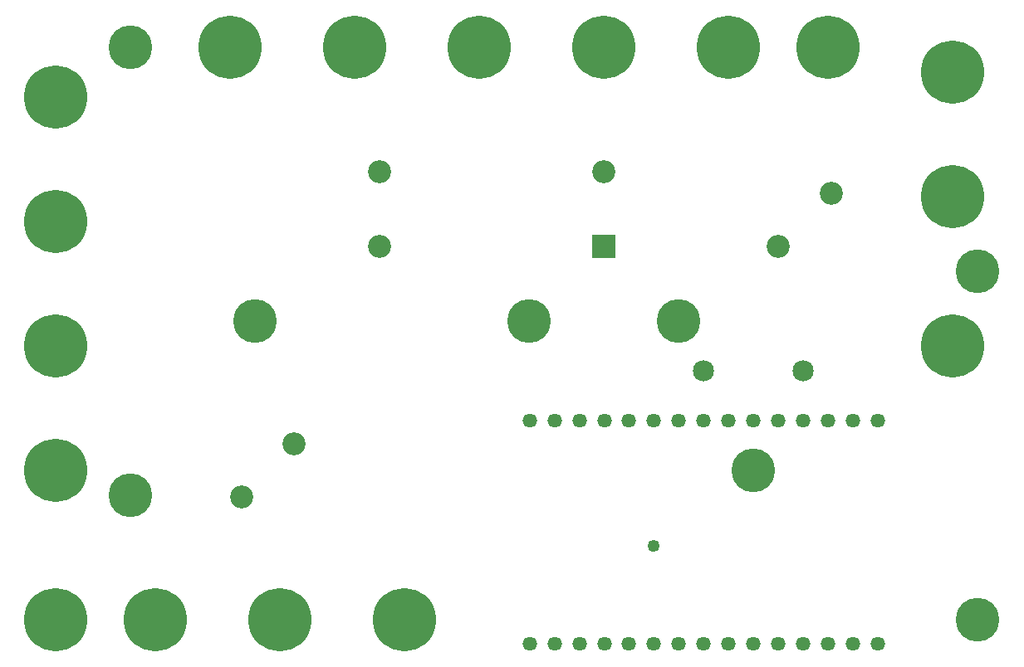
<source format=gts>
G04 MADE WITH FRITZING*
G04 WWW.FRITZING.ORG*
G04 DOUBLE SIDED*
G04 HOLES PLATED*
G04 CONTOUR ON CENTER OF CONTOUR VECTOR*
%ASAXBY*%
%FSLAX23Y23*%
%MOIN*%
%OFA0B0*%
%SFA1.0B1.0*%
%ADD10C,0.057829*%
%ADD11C,0.049370*%
%ADD12C,0.092000*%
%ADD13C,0.085000*%
%ADD14C,0.254000*%
%ADD15C,0.175354*%
%ADD16R,0.092000X0.092000*%
%ADD17C,0.030000*%
%LNMASK1*%
G90*
G70*
G54D10*
X2387Y1120D03*
X2187Y222D03*
X2287Y222D03*
X2387Y222D03*
X2487Y222D03*
X2586Y222D03*
X2287Y1120D03*
X2187Y1120D03*
X2487Y1120D03*
X2686Y222D03*
X2786Y222D03*
X2886Y222D03*
X2986Y222D03*
X3086Y222D03*
X3185Y222D03*
X3285Y222D03*
X3385Y222D03*
X3485Y222D03*
X3585Y222D03*
X2886Y1120D03*
X2986Y1120D03*
X3086Y1120D03*
X3185Y1120D03*
X3285Y1120D03*
X3385Y1120D03*
X3485Y1120D03*
X3585Y1120D03*
X2586Y1120D03*
X2686Y1120D03*
X2786Y1120D03*
G54D11*
X2686Y616D03*
G54D12*
X1242Y1026D03*
X1030Y814D03*
G54D13*
X3286Y1320D03*
X2886Y1320D03*
G54D14*
X1686Y320D03*
X1686Y320D03*
X1186Y320D03*
X1186Y320D03*
X3886Y1420D03*
X3886Y1420D03*
X286Y2420D03*
X286Y2420D03*
X986Y2620D03*
X986Y2620D03*
X286Y1420D03*
X286Y1420D03*
X1986Y2620D03*
X1986Y2620D03*
X2486Y2620D03*
X2486Y2620D03*
X3386Y2620D03*
X3386Y2620D03*
X3886Y2020D03*
X3886Y2020D03*
X286Y1920D03*
X286Y1920D03*
X1486Y2620D03*
X1486Y2620D03*
X2986Y2620D03*
X2986Y2620D03*
X3886Y2520D03*
X3886Y2520D03*
X686Y320D03*
X686Y320D03*
X286Y920D03*
X286Y920D03*
X286Y320D03*
X286Y320D03*
G54D12*
X3186Y1820D03*
X3398Y2032D03*
X1586Y1820D03*
X1586Y2120D03*
X2486Y1820D03*
X2486Y2120D03*
G54D15*
X3986Y1720D03*
X3986Y320D03*
X3086Y920D03*
X2186Y1520D03*
X586Y820D03*
X586Y2620D03*
X1086Y1520D03*
X2786Y1520D03*
G54D16*
X2486Y1820D03*
G54D17*
G36*
X1242Y982D02*
X1198Y1026D01*
X1242Y1070D01*
X1286Y1026D01*
X1242Y982D01*
G37*
D02*
G36*
X3186Y1863D02*
X3229Y1820D01*
X3186Y1776D01*
X3142Y1820D01*
X3186Y1863D01*
G37*
D02*
G36*
X1555Y1851D02*
X1617Y1851D01*
X1617Y1789D01*
X1555Y1789D01*
X1555Y1851D01*
G37*
D02*
G04 End of Mask1*
M02*
</source>
